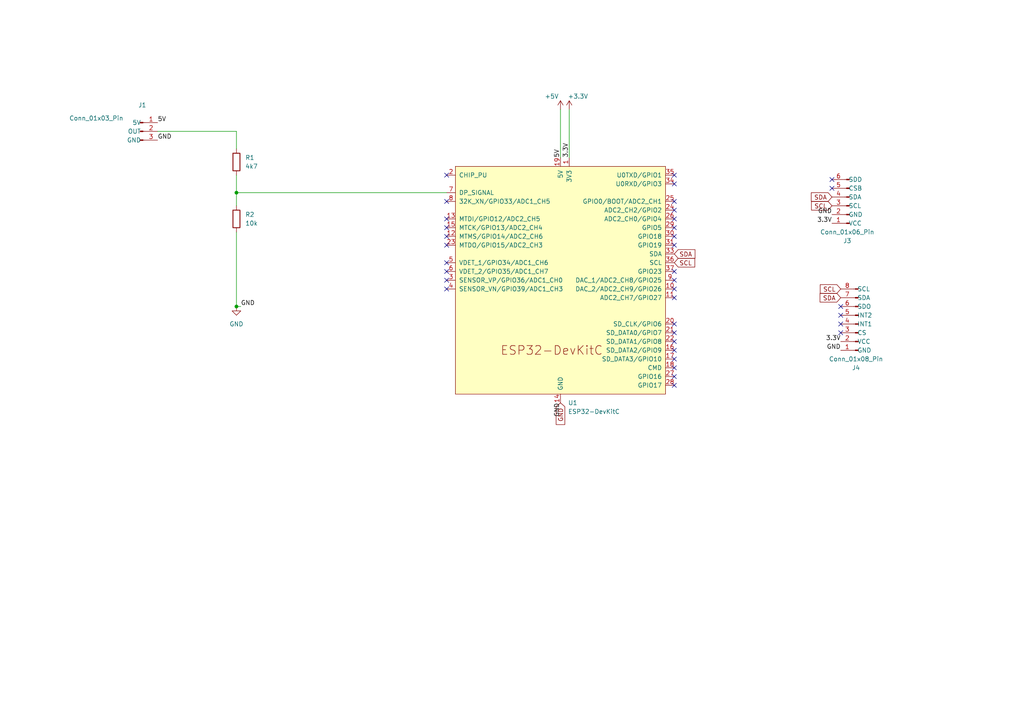
<source format=kicad_sch>
(kicad_sch (version 20230121) (generator eeschema)
  (paper "A4")
  (lib_symbols
    (symbol "Connector:Conn_01x03_Pin" (pin_names (offset 1.016))
      (property "Reference" "Ş" (at 0.635 7.62 0))
      (property "Value" "Conn_01x03_Pin" (at 0 5.08 0))
      (symbol "Conn_01x03_Pin_1_1"
        (polyline (pts (xy 1.27 -2.54) (xy 0.8636 -2.54)) (stroke (width 0.1524)))
        (polyline (pts (xy 1.27 0) (xy 0.8636 0)) (stroke (width 0.1524)))
        (polyline (pts (xy 1.27 2.54) (xy 0.8636 2.54)) (stroke (width 0.1524)))
        (rectangle (start 0.8636 -2.413) (end 0 -2.667) (stroke (width 0.1524)) (fill (type outline)))
        (rectangle (start 0.8636 0.127) (end 0 -0.127) (stroke (width 0.1524)) (fill (type outline)))
        (rectangle (start 0.8636 2.667) (end 0 2.413) (stroke (width 0.1524)) (fill (type outline)))
        (pin power_in line (at 5.08 2.54 180) (length 3.81) (name "5V") (number "1") (alternate "" input line))
        (pin passive line (at 5.08 0 180) (length 3.81) (name "Pin_2") (number "2") (alternate "OUT" output line))
        (pin power_out line (at 5.08 -2.54 180) (length 3.81) (name "GND") (number "3") (alternate "" input line))
      )
    )
    (symbol "Connector:Conn_01x06_Pin" (pin_names (offset 1.016))
      (property "Reference" "J3" (at 0.635 10.16 0))
      (property "Value" "Conn_01x06_Pin" (at 0.635 7.62 0))
      (symbol "Conn_01x06_Pin_1_1"
        (polyline (pts (xy 1.27 -7.62) (xy 0.8636 -7.62)) (stroke (width 0.1524)))
        (polyline (pts (xy 1.27 -5.08) (xy 0.8636 -5.08)) (stroke (width 0.1524)))
        (polyline (pts (xy 1.27 -2.54) (xy 0.8636 -2.54)) (stroke (width 0.1524)))
        (polyline (pts (xy 1.27 0) (xy 0.8636 0)) (stroke (width 0.1524)))
        (polyline (pts (xy 1.27 2.54) (xy 0.8636 2.54)) (stroke (width 0.1524)))
        (polyline (pts (xy 1.27 5.08) (xy 0.8636 5.08)) (stroke (width 0.1524)))
        (rectangle (start 0.8636 -7.493) (end 0 -7.747) (stroke (width 0.1524)) (fill (type outline)))
        (rectangle (start 0.8636 -4.953) (end 0 -5.207) (stroke (width 0.1524)) (fill (type outline)))
        (rectangle (start 0.8636 -2.413) (end 0 -2.667) (stroke (width 0.1524)) (fill (type outline)))
        (rectangle (start 0.8636 0.127) (end 0 -0.127) (stroke (width 0.1524)) (fill (type outline)))
        (rectangle (start 0.8636 2.667) (end 0 2.413) (stroke (width 0.1524)) (fill (type outline)))
        (rectangle (start 0.8636 5.207) (end 0 4.953) (stroke (width 0.1524)) (fill (type outline)))
        (pin passive line (at 5.08 5.08 180) (length 3.81) (name "VCC") (number "1"))
        (pin passive line (at 5.08 2.54 180) (length 3.81) (name "GND") (number "2") (alternate "GND" input line))
        (pin passive line (at 5.08 0 180) (length 3.81) (name "SCL") (number "3"))
        (pin passive line (at 5.08 -2.54 180) (length 3.81) (name "SDA") (number "4"))
        (pin passive line (at 5.08 -5.08 180) (length 3.81) (name "CSB") (number "5"))
        (pin passive line (at 5.08 -7.62 180) (length 3.81) (name "SDD") (number "6"))
      )
    )
    (symbol "Connector:Conn_01x08_Pin" (pin_names (offset 1.016))
      (property "Reference" "J4" (at 0.635 12.7 0))
      (property "Value" "Conn_01x08_Pin" (at 0.635 10.16 0))
      (symbol "Conn_01x08_Pin_1_1"
        (polyline (pts (xy 1.27 -10.16) (xy 0.8636 -10.16)) (stroke (width 0.1524)))
        (polyline (pts (xy 1.27 -7.62) (xy 0.8636 -7.62)) (stroke (width 0.1524)))
        (polyline (pts (xy 1.27 -5.08) (xy 0.8636 -5.08)) (stroke (width 0.1524)))
        (polyline (pts (xy 1.27 -2.54) (xy 0.8636 -2.54)) (stroke (width 0.1524)))
        (polyline (pts (xy 1.27 0) (xy 0.8636 0)) (stroke (width 0.1524)))
        (polyline (pts (xy 1.27 2.54) (xy 0.8636 2.54)) (stroke (width 0.1524)))
        (polyline (pts (xy 1.27 5.08) (xy 0.8636 5.08)) (stroke (width 0.1524)))
        (polyline (pts (xy 1.27 7.62) (xy 0.8636 7.62)) (stroke (width 0.1524)))
        (rectangle (start 0 7.747) (end 0.8636 7.493) (stroke (width 0.1524)) (fill (type outline)))
        (rectangle (start 0.8636 -10.033) (end 0 -10.287) (stroke (width 0.1524)) (fill (type outline)))
        (rectangle (start 0.8636 -7.493) (end 0 -7.747) (stroke (width 0.1524)) (fill (type outline)))
        (rectangle (start 0.8636 -4.953) (end 0 -5.207) (stroke (width 0.1524)) (fill (type outline)))
        (rectangle (start 0.8636 -2.413) (end 0 -2.667) (stroke (width 0.1524)) (fill (type outline)))
        (rectangle (start 0.8636 0.127) (end 0 -0.127) (stroke (width 0.1524)) (fill (type outline)))
        (rectangle (start 0.8636 2.667) (end 0 2.413) (stroke (width 0.1524)) (fill (type outline)))
        (rectangle (start 0.8636 5.207) (end 0 4.953) (stroke (width 0.1524)) (fill (type outline)))
        (pin passive line (at 5.08 7.62 180) (length 3.81) (name "GND") (number "1"))
        (pin passive line (at 5.08 5.08 180) (length 3.81) (name "VCC") (number "2"))
        (pin passive line (at 5.08 2.54 180) (length 3.81) (name "CS") (number "3"))
        (pin passive line (at 5.08 0 180) (length 3.81) (name "INT1") (number "4"))
        (pin passive line (at 5.08 -2.54 180) (length 3.81) (name "INT2") (number "5"))
        (pin passive line (at 5.08 -5.08 180) (length 3.81) (name "SDO") (number "6"))
        (pin passive line (at 5.08 -7.62 180) (length 3.81) (name "SDA") (number "7"))
        (pin passive line (at 5.08 -10.16 180) (length 3.81) (name "SCL") (number "8"))
      )
    )
    (symbol "Device:R" (pin_numbers hide) (pin_names (offset 0))
      (property "Reference" "R" (at 2.032 0 90))
      (property "Value" "R" (at 0 0 90))
      (symbol "R_0_1"
        (rectangle (start -1.016 -2.54) (end 1.016 2.54) (stroke (width 0.254)))
      )
      (symbol "R_1_1"
        (pin passive line (at 0 3.81 270) (length 1.27) (name "~") (number "1"))
        (pin passive line (at 0 -3.81 90) (length 1.27) (name "~") (number "2"))
      )
    )
    (symbol "PCM_Espressif:ESP32-DevKitC" (pin_names (offset 1.016))
      (property "Reference" "U1" (at 2.1941 -35.56 0))
      (property "Value" "ESP32-DevKitC" (at 2.1941 -38.1 0))
      (symbol "ESP32-DevKitC_0_0"
        (text "ESP32-DevKitC" (at -2.54 -20.32 0) (effects (font (size 2.54 2.54))))
        (pin power_in line (at 0 -35.56 90) (length 2.54) (name "GND") (number "14"))
        (pin power_in line (at 0 35.56 270) (length 2.54) (name "5V") (number "19"))
      )
      (symbol "ESP32-DevKitC_0_1"
        (rectangle (start -30.48 33.02) (end 30.48 -33.02) (fill (type background)))
      )
      (symbol "ESP32-DevKitC_1_1"
        (pin power_in line (at 2.54 35.56 270) (length 2.54) (name "3V3") (number "1"))
        (pin bidirectional line (at 33.02 -2.54 180) (length 2.54) (name "DAC_2/ADC2_CH9/GPIO26") (number "10"))
        (pin bidirectional line (at 33.02 -5.08 180) (length 2.54) (name "ADC2_CH7/GPIO27") (number "11"))
        (pin bidirectional line (at -33.02 12.7 0) (length 2.54) (name "MTMS/GPIO14/ADC2_CH6") (number "12"))
        (pin bidirectional line (at -33.02 17.78 0) (length 2.54) (name "MTDI/GPIO12/ADC2_CH5") (number "13"))
        (pin bidirectional line (at -33.02 15.24 0) (length 2.54) (name "MTCK/GPIO13/ADC2_CH4") (number "15"))
        (pin bidirectional line (at 33.02 -20.32 180) (length 2.54) (name "SD_DATA2/GPIO9") (number "16"))
        (pin bidirectional line (at 33.02 -22.86 180) (length 2.54) (name "SD_DATA3/GPIO10") (number "17"))
        (pin bidirectional line (at 33.02 -25.4 180) (length 2.54) (name "CMD") (number "18"))
        (pin input line (at -33.02 30.48 0) (length 2.54) (name "CHIP_PU") (number "2"))
        (pin bidirectional line (at 33.02 -12.7 180) (length 2.54) (name "SD_CLK/GPIO6") (number "20"))
        (pin bidirectional line (at 33.02 -15.24 180) (length 2.54) (name "SD_DATA0/GPIO7") (number "21"))
        (pin bidirectional line (at 33.02 -17.78 180) (length 2.54) (name "SD_DATA1/GPIO8") (number "22"))
        (pin bidirectional line (at -33.02 10.16 0) (length 2.54) (name "MTDO/GPIO15/ADC2_CH3") (number "23"))
        (pin bidirectional line (at 33.02 20.32 180) (length 2.54) (name "ADC2_CH2/GPIO2") (number "24"))
        (pin bidirectional line (at 33.02 22.86 180) (length 2.54) (name "GPIO0/BOOT/ADC2_CH1") (number "25"))
        (pin bidirectional line (at 33.02 17.78 180) (length 2.54) (name "ADC2_CH0/GPIO4") (number "26"))
        (pin bidirectional line (at 33.02 -27.94 180) (length 2.54) (name "GPIO16") (number "27"))
        (pin bidirectional line (at 33.02 -30.48 180) (length 2.54) (name "GPIO17") (number "28"))
        (pin bidirectional line (at 33.02 15.24 180) (length 2.54) (name "GPIO5") (number "29"))
        (pin input line (at -33.02 0 0) (length 2.54) (name "SENSOR_VP/GPIO36/ADC1_CH0") (number "3"))
        (pin bidirectional line (at 33.02 12.7 180) (length 2.54) (name "GPIO18") (number "30"))
        (pin bidirectional line (at 33.02 10.16 180) (length 2.54) (name "GPIO19") (number "31"))
        (pin passive line (at 0 -35.56 90) (length 2.54) hide (name "GND") (number "32"))
        (pin bidirectional line (at 33.02 7.62 180) (length 2.54) (name "GPIO21") (number "33") (alternate "SDA" bidirectional line))
        (pin bidirectional line (at 33.02 27.94 180) (length 2.54) (name "U0RXD/GPIO3") (number "34"))
        (pin bidirectional line (at 33.02 30.48 180) (length 2.54) (name "U0TXD/GPIO1") (number "35"))
        (pin bidirectional line (at 33.02 5.08 180) (length 2.54) (name "GPIO22") (number "36") (alternate "SCL" bidirectional line))
        (pin bidirectional line (at 33.02 2.54 180) (length 2.54) (name "GPIO23") (number "37"))
        (pin passive line (at 0 -35.56 90) (length 2.54) hide (name "GND") (number "38"))
        (pin input line (at -33.02 -2.54 0) (length 2.54) (name "SENSOR_VN/GPIO39/ADC1_CH3") (number "4"))
        (pin input line (at -33.02 5.08 0) (length 2.54) (name "VDET_1/GPIO34/ADC1_CH6") (number "5"))
        (pin input line (at -33.02 2.54 0) (length 2.54) (name "VDET_2/GPIO35/ADC1_CH7") (number "6"))
        (pin bidirectional line (at -33.02 25.4 0) (length 2.54) (name "32K_XP/GPIO32/ADC1_CH4") (number "7") (alternate "DP_SIGNAL" input line))
        (pin bidirectional line (at -33.02 22.86 0) (length 2.54) (name "32K_XN/GPIO33/ADC1_CH5") (number "8"))
        (pin bidirectional line (at 33.02 0 180) (length 2.54) (name "DAC_1/ADC2_CH8/GPIO25") (number "9"))
      )
    )
    (symbol "power:+3.3V" (power) (pin_names (offset 0))
      (property "Value" "+3.3V" (at 0 3.556 0))
      (symbol "+3.3V_0_1"
        (polyline (pts (xy -0.762 1.27) (xy 0 2.54)))
        (polyline (pts (xy 0 0) (xy 0 2.54)))
        (polyline (pts (xy 0 2.54) (xy 0.762 1.27)))
      )
      (symbol "+3.3V_1_1"
        (pin power_in line (at 0 0 90) (length 0) hide (name "+3.3V") (number "1"))
      )
    )
    (symbol "power:+5V" (power) (pin_names (offset 0))
      (property "Value" "+5V" (at 0 3.556 0))
      (symbol "+5V_0_1"
        (polyline (pts (xy -0.762 1.27) (xy 0 2.54)))
        (polyline (pts (xy 0 0) (xy 0 2.54)))
        (polyline (pts (xy 0 2.54) (xy 0.762 1.27)))
      )
      (symbol "+5V_1_1"
        (pin power_in line (at 0 0 90) (length 0) hide (name "+5V") (number "1"))
      )
    )
    (symbol "power:GND" (power) (pin_names (offset 0))
      (property "Value" "GND" (at 0 -3.81 0))
      (symbol "GND_0_1"
        (polyline (pts (xy 0 0) (xy 0 -1.27) (xy 1.27 -1.27) (xy 0 -2.54) (xy -1.27 -1.27) (xy 0 -1.27)))
      )
      (symbol "GND_1_1"
        (pin power_in line (at 0 0 270) (length 0) hide (name "GND") (number "1"))
      )
    )
  )
  (junction (at 68.58 55.88))
  (junction (at 68.58 88.9))
  (no_connect (at 129.54 68.58))
  (no_connect (at 129.54 76.2))
  (no_connect (at 129.54 81.28))
  (no_connect (at 129.54 50.8))
  (no_connect (at 195.58 86.36))
  (no_connect (at 129.54 71.12))
  (no_connect (at 129.54 58.42))
  (no_connect (at 129.54 63.5))
  (no_connect (at 195.58 99.06))
  (no_connect (at 243.84 91.44))
  (no_connect (at 243.84 96.52))
  (no_connect (at 241.3 54.61))
  (no_connect (at 241.3 52.07))
  (no_connect (at 195.58 68.58))
  (no_connect (at 195.58 53.34))
  (no_connect (at 243.84 93.98))
  (no_connect (at 195.58 109.22))
  (no_connect (at 195.58 104.14))
  (no_connect (at 129.54 83.82))
  (no_connect (at 195.58 81.28))
  (no_connect (at 195.58 58.42))
  (no_connect (at 195.58 83.82))
  (no_connect (at 195.58 101.6))
  (no_connect (at 195.58 78.74))
  (no_connect (at 195.58 93.98))
  (no_connect (at 129.54 66.04))
  (no_connect (at 195.58 66.04))
  (no_connect (at 129.54 78.74))
  (no_connect (at 195.58 71.12))
  (no_connect (at 195.58 106.68))
  (no_connect (at 243.84 88.9))
  (no_connect (at 195.58 96.52))
  (no_connect (at 195.58 50.8))
  (no_connect (at 195.58 63.5))
  (no_connect (at 195.58 60.96))
  (no_connect (at 195.58 111.76))
  (wire (pts (xy 162.56 31.75) (xy 162.56 45.72)))
  (wire (pts (xy 68.58 67.31) (xy 68.58 88.9)))
  (wire (pts (xy 129.54 55.88) (xy 68.58 55.88)))
  (wire (pts (xy 69.85 88.9) (xy 68.58 88.9)))
  (wire (pts (xy 165.1 31.75) (xy 165.1 45.72)))
  (wire (pts (xy 45.72 38.1) (xy 68.58 38.1)))
  (wire (pts (xy 68.58 50.8) (xy 68.58 55.88)))
  (wire (pts (xy 68.58 55.88) (xy 68.58 59.69)))
  (wire (pts (xy 68.58 43.18) (xy 68.58 38.1)))
  (label "GND" (at 243.84 101.6 180))
  (label "3.3V" (at 165.1 45.72 90))
  (label "5V" (at 162.56 45.72 90))
  (label "5V" (at 45.72 35.56 0))
  (label "GND" (at 162.56 116.84 270))
  (label "GND" (at 241.3 62.23 180))
  (label "3.3V" (at 243.84 99.06 180))
  (label "3.3V" (at 241.3 64.77 180))
  (label "GND" (at 69.85 88.9 0))
  (label "GND" (at 45.72 40.64 0))
  (global_label "SDA" (shape input) (at 241.3 57.15 180) (property "Intersheetrefs" "${INTERSHEET_REFS}" (effects hide)))
  (global_label "SDA" (shape input) (at 243.84 86.36 180) (property "Intersheetrefs" "${INTERSHEET_REFS}" (effects hide)))
  (global_label "SDA" (shape input) (at 195.58 73.66 0) (property "Intersheetrefs" "${INTERSHEET_REFS}" (effects hide)))
  (global_label "SCL" (shape input) (at 241.3 59.69 180) (property "Intersheetrefs" "${INTERSHEET_REFS}" (effects hide)))
  (global_label "SCL" (shape input) (at 195.58 76.2 0) (property "Intersheetrefs" "${INTERSHEET_REFS}" (effects hide)))
  (global_label "GND" (shape input) (at 162.56 116.84 270) (property "Intersheetrefs" "${INTERSHEET_REFS}" (effects hide)))
  (global_label "SCL" (shape input) (at 243.84 83.82 180) (property "Intersheetrefs" "${INTERSHEET_REFS}" (effects hide)))
  (symbol (lib_id "power:GND") (at 68.58 88.9 0) (unit 1)
    (property "Reference" "#PWR01" (effects hide))
    (property "Value" "GND" (at 68.58 93.98 0))
  )
  (symbol (lib_id "Connector:Conn_01x03_Pin") (at 40.64 38.1 0) (unit 1)
    (property "Reference" "J1" (at 41.275 30.48 0))
    (property "Value" "Conn_01x03_Pin" (at 27.94 34.29 0))
    (property "Footprint" "Connector_PinHeader_2.54mm:PinHeader_1x03_P2.54mm_Vertical" (effects hide))
    (pin "1" (alternate "5V"))
    (pin "2" (alternate "OUT"))
    (pin "3" (alternate "GND"))
  )
  (symbol (lib_id "PCM_Espressif:ESP32-DevKitC") (at 162.56 81.28 0) (unit 1)
    (property "Reference" "U1" (at 164.7541 116.84 0) (effects (justify left)))
    (property "Value" "ESP32-DevKitC" (at 164.7541 119.38 0) (effects (justify left)))
    (property "Footprint" "PCM_Espressif:ESP32-DevKitC" (effects hide))
    (property "Datasheet" "https://docs.espressif.com/projects/esp-idf/zh_CN/latest/esp32/hw-reference/esp32/get-started-devkitc.html" (effects hide))
    (pin "33" (alternate "SDA"))
    (pin "36" (alternate "SCL"))
    (pin "7" (alternate "DP_SIGNAL"))
  )
  (symbol (lib_id "Connector:Conn_01x08_Pin") (at 248.92 93.98 180) (unit 1)
    (property "Reference" "J4" (at 248.285 106.68 0))
    (property "Value" "Conn_01x08_Pin" (at 248.285 104.14 0))
    (property "Footprint" "Connector_PinHeader_2.54mm:PinHeader_1x08_P2.54mm_Vertical" (effects hide))
  )
  (symbol (lib_id "power:+3.3V") (at 165.1 31.75 0) (unit 1)
    (property "Reference" "#PWR04" (effects hide))
    (property "Value" "+3.3V" (at 167.64 27.94 0))
  )
  (symbol (lib_id "Connector:Conn_01x06_Pin") (at 246.38 59.69 180) (unit 1)
    (property "Reference" "J3" (at 245.745 69.85 0))
    (property "Value" "Conn_01x06_Pin" (at 245.745 67.31 0))
    (property "Footprint" "Connector_PinHeader_2.54mm:PinHeader_1x06_P2.54mm_Vertical" (effects hide))
  )
  (symbol (lib_id "Device:R") (at 68.58 63.5 0) (unit 1)
    (property "Reference" "R2" (at 71.12 62.23 0) (effects (justify left)))
    (property "Value" "10k" (at 71.12 64.77 0) (effects (justify left)))
    (property "Footprint" "Resistor_SMD:R_0805_2012Metric" (effects hide))
  )
  (symbol (lib_id "power:+5V") (at 162.56 31.75 0) (unit 1)
    (property "Reference" "#PWR03" (effects hide))
    (property "Value" "+5V" (at 160.02 27.94 0))
  )
  (symbol (lib_id "Device:R") (at 68.58 46.99 0) (unit 1)
    (property "Reference" "R1" (at 71.12 45.72 0) (effects (justify left)))
    (property "Value" "4k7" (at 71.12 48.26 0) (effects (justify left)))
    (property "Footprint" "Resistor_SMD:R_0805_2012Metric" (effects hide))
  )
)
</source>
